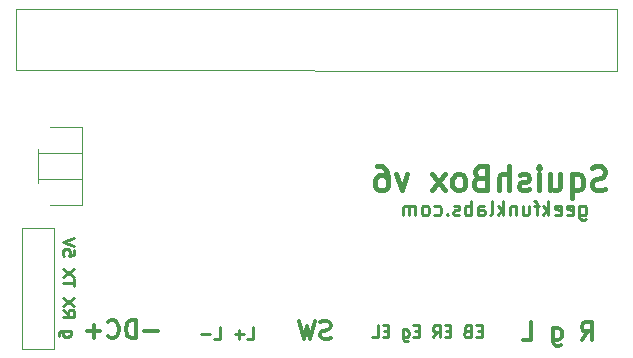
<source format=gbo>
%TF.GenerationSoftware,KiCad,Pcbnew,7.0.1*%
%TF.CreationDate,2023-07-06T22:47:11-05:00*%
%TF.ProjectId,squishbox1,73717569-7368-4626-9f78-312e6b696361,rev?*%
%TF.SameCoordinates,Original*%
%TF.FileFunction,Legend,Bot*%
%TF.FilePolarity,Positive*%
%FSLAX46Y46*%
G04 Gerber Fmt 4.6, Leading zero omitted, Abs format (unit mm)*
G04 Created by KiCad (PCBNEW 7.0.1) date 2023-07-06 22:47:11*
%MOMM*%
%LPD*%
G01*
G04 APERTURE LIST*
%ADD10C,0.250000*%
%ADD11C,0.300000*%
%ADD12C,0.400000*%
%ADD13C,0.120000*%
%ADD14R,1.700000X1.700000*%
%ADD15O,1.700000X1.700000*%
%ADD16C,1.620000*%
G04 APERTURE END LIST*
D10*
X106727714Y-76077619D02*
X107203904Y-76077619D01*
X107203904Y-76077619D02*
X107203904Y-75077619D01*
X106394380Y-75696666D02*
X105632476Y-75696666D01*
X106013428Y-76077619D02*
X106013428Y-75315714D01*
X103918190Y-76077619D02*
X104394380Y-76077619D01*
X104394380Y-76077619D02*
X104394380Y-75077619D01*
X103584856Y-75696666D02*
X102822952Y-75696666D01*
X126558704Y-75452209D02*
X126225371Y-75452209D01*
X126082514Y-75976019D02*
X126558704Y-75976019D01*
X126558704Y-75976019D02*
X126558704Y-74976019D01*
X126558704Y-74976019D02*
X126082514Y-74976019D01*
X125320609Y-75452209D02*
X125177752Y-75499828D01*
X125177752Y-75499828D02*
X125130133Y-75547447D01*
X125130133Y-75547447D02*
X125082514Y-75642685D01*
X125082514Y-75642685D02*
X125082514Y-75785542D01*
X125082514Y-75785542D02*
X125130133Y-75880780D01*
X125130133Y-75880780D02*
X125177752Y-75928400D01*
X125177752Y-75928400D02*
X125272990Y-75976019D01*
X125272990Y-75976019D02*
X125653942Y-75976019D01*
X125653942Y-75976019D02*
X125653942Y-74976019D01*
X125653942Y-74976019D02*
X125320609Y-74976019D01*
X125320609Y-74976019D02*
X125225371Y-75023638D01*
X125225371Y-75023638D02*
X125177752Y-75071257D01*
X125177752Y-75071257D02*
X125130133Y-75166495D01*
X125130133Y-75166495D02*
X125130133Y-75261733D01*
X125130133Y-75261733D02*
X125177752Y-75356971D01*
X125177752Y-75356971D02*
X125225371Y-75404590D01*
X125225371Y-75404590D02*
X125320609Y-75452209D01*
X125320609Y-75452209D02*
X125653942Y-75452209D01*
X123892037Y-75452209D02*
X123558704Y-75452209D01*
X123415847Y-75976019D02*
X123892037Y-75976019D01*
X123892037Y-75976019D02*
X123892037Y-74976019D01*
X123892037Y-74976019D02*
X123415847Y-74976019D01*
X122415847Y-75976019D02*
X122749180Y-75499828D01*
X122987275Y-75976019D02*
X122987275Y-74976019D01*
X122987275Y-74976019D02*
X122606323Y-74976019D01*
X122606323Y-74976019D02*
X122511085Y-75023638D01*
X122511085Y-75023638D02*
X122463466Y-75071257D01*
X122463466Y-75071257D02*
X122415847Y-75166495D01*
X122415847Y-75166495D02*
X122415847Y-75309352D01*
X122415847Y-75309352D02*
X122463466Y-75404590D01*
X122463466Y-75404590D02*
X122511085Y-75452209D01*
X122511085Y-75452209D02*
X122606323Y-75499828D01*
X122606323Y-75499828D02*
X122987275Y-75499828D01*
X121225370Y-75452209D02*
X120892037Y-75452209D01*
X120749180Y-75976019D02*
X121225370Y-75976019D01*
X121225370Y-75976019D02*
X121225370Y-74976019D01*
X121225370Y-74976019D02*
X120749180Y-74976019D01*
X119892037Y-75309352D02*
X119892037Y-76118876D01*
X119892037Y-76118876D02*
X119939656Y-76214114D01*
X119939656Y-76214114D02*
X119987275Y-76261733D01*
X119987275Y-76261733D02*
X120082513Y-76309352D01*
X120082513Y-76309352D02*
X120225370Y-76309352D01*
X120225370Y-76309352D02*
X120320608Y-76261733D01*
X119892037Y-75928400D02*
X119987275Y-75976019D01*
X119987275Y-75976019D02*
X120177751Y-75976019D01*
X120177751Y-75976019D02*
X120272989Y-75928400D01*
X120272989Y-75928400D02*
X120320608Y-75880780D01*
X120320608Y-75880780D02*
X120368227Y-75785542D01*
X120368227Y-75785542D02*
X120368227Y-75499828D01*
X120368227Y-75499828D02*
X120320608Y-75404590D01*
X120320608Y-75404590D02*
X120272989Y-75356971D01*
X120272989Y-75356971D02*
X120177751Y-75309352D01*
X120177751Y-75309352D02*
X119987275Y-75309352D01*
X119987275Y-75309352D02*
X119892037Y-75356971D01*
X118653941Y-75452209D02*
X118320608Y-75452209D01*
X118177751Y-75976019D02*
X118653941Y-75976019D01*
X118653941Y-75976019D02*
X118653941Y-74976019D01*
X118653941Y-74976019D02*
X118177751Y-74976019D01*
X117272989Y-75976019D02*
X117749179Y-75976019D01*
X117749179Y-75976019D02*
X117749179Y-74976019D01*
D11*
X99134657Y-75470400D02*
X97991800Y-75470400D01*
X97277514Y-76041828D02*
X97277514Y-74541828D01*
X97277514Y-74541828D02*
X96920371Y-74541828D01*
X96920371Y-74541828D02*
X96706085Y-74613257D01*
X96706085Y-74613257D02*
X96563228Y-74756114D01*
X96563228Y-74756114D02*
X96491799Y-74898971D01*
X96491799Y-74898971D02*
X96420371Y-75184685D01*
X96420371Y-75184685D02*
X96420371Y-75398971D01*
X96420371Y-75398971D02*
X96491799Y-75684685D01*
X96491799Y-75684685D02*
X96563228Y-75827542D01*
X96563228Y-75827542D02*
X96706085Y-75970400D01*
X96706085Y-75970400D02*
X96920371Y-76041828D01*
X96920371Y-76041828D02*
X97277514Y-76041828D01*
X94920371Y-75898971D02*
X94991799Y-75970400D01*
X94991799Y-75970400D02*
X95206085Y-76041828D01*
X95206085Y-76041828D02*
X95348942Y-76041828D01*
X95348942Y-76041828D02*
X95563228Y-75970400D01*
X95563228Y-75970400D02*
X95706085Y-75827542D01*
X95706085Y-75827542D02*
X95777514Y-75684685D01*
X95777514Y-75684685D02*
X95848942Y-75398971D01*
X95848942Y-75398971D02*
X95848942Y-75184685D01*
X95848942Y-75184685D02*
X95777514Y-74898971D01*
X95777514Y-74898971D02*
X95706085Y-74756114D01*
X95706085Y-74756114D02*
X95563228Y-74613257D01*
X95563228Y-74613257D02*
X95348942Y-74541828D01*
X95348942Y-74541828D02*
X95206085Y-74541828D01*
X95206085Y-74541828D02*
X94991799Y-74613257D01*
X94991799Y-74613257D02*
X94920371Y-74684685D01*
X94277514Y-75470400D02*
X93134657Y-75470400D01*
X93706085Y-76041828D02*
X93706085Y-74898971D01*
D12*
X137033047Y-63414000D02*
X136747333Y-63509238D01*
X136747333Y-63509238D02*
X136271142Y-63509238D01*
X136271142Y-63509238D02*
X136080666Y-63414000D01*
X136080666Y-63414000D02*
X135985428Y-63318761D01*
X135985428Y-63318761D02*
X135890190Y-63128285D01*
X135890190Y-63128285D02*
X135890190Y-62937809D01*
X135890190Y-62937809D02*
X135985428Y-62747333D01*
X135985428Y-62747333D02*
X136080666Y-62652095D01*
X136080666Y-62652095D02*
X136271142Y-62556857D01*
X136271142Y-62556857D02*
X136652095Y-62461619D01*
X136652095Y-62461619D02*
X136842571Y-62366380D01*
X136842571Y-62366380D02*
X136937809Y-62271142D01*
X136937809Y-62271142D02*
X137033047Y-62080666D01*
X137033047Y-62080666D02*
X137033047Y-61890190D01*
X137033047Y-61890190D02*
X136937809Y-61699714D01*
X136937809Y-61699714D02*
X136842571Y-61604476D01*
X136842571Y-61604476D02*
X136652095Y-61509238D01*
X136652095Y-61509238D02*
X136175904Y-61509238D01*
X136175904Y-61509238D02*
X135890190Y-61604476D01*
X134175904Y-62175904D02*
X134175904Y-64175904D01*
X134175904Y-63414000D02*
X134366380Y-63509238D01*
X134366380Y-63509238D02*
X134747333Y-63509238D01*
X134747333Y-63509238D02*
X134937809Y-63414000D01*
X134937809Y-63414000D02*
X135033047Y-63318761D01*
X135033047Y-63318761D02*
X135128285Y-63128285D01*
X135128285Y-63128285D02*
X135128285Y-62556857D01*
X135128285Y-62556857D02*
X135033047Y-62366380D01*
X135033047Y-62366380D02*
X134937809Y-62271142D01*
X134937809Y-62271142D02*
X134747333Y-62175904D01*
X134747333Y-62175904D02*
X134366380Y-62175904D01*
X134366380Y-62175904D02*
X134175904Y-62271142D01*
X132366380Y-62175904D02*
X132366380Y-63509238D01*
X133223523Y-62175904D02*
X133223523Y-63223523D01*
X133223523Y-63223523D02*
X133128285Y-63414000D01*
X133128285Y-63414000D02*
X132937809Y-63509238D01*
X132937809Y-63509238D02*
X132652094Y-63509238D01*
X132652094Y-63509238D02*
X132461618Y-63414000D01*
X132461618Y-63414000D02*
X132366380Y-63318761D01*
X131413999Y-63509238D02*
X131413999Y-62175904D01*
X131413999Y-61509238D02*
X131509237Y-61604476D01*
X131509237Y-61604476D02*
X131413999Y-61699714D01*
X131413999Y-61699714D02*
X131318761Y-61604476D01*
X131318761Y-61604476D02*
X131413999Y-61509238D01*
X131413999Y-61509238D02*
X131413999Y-61699714D01*
X130556856Y-63414000D02*
X130366380Y-63509238D01*
X130366380Y-63509238D02*
X129985428Y-63509238D01*
X129985428Y-63509238D02*
X129794951Y-63414000D01*
X129794951Y-63414000D02*
X129699713Y-63223523D01*
X129699713Y-63223523D02*
X129699713Y-63128285D01*
X129699713Y-63128285D02*
X129794951Y-62937809D01*
X129794951Y-62937809D02*
X129985428Y-62842571D01*
X129985428Y-62842571D02*
X130271142Y-62842571D01*
X130271142Y-62842571D02*
X130461618Y-62747333D01*
X130461618Y-62747333D02*
X130556856Y-62556857D01*
X130556856Y-62556857D02*
X130556856Y-62461619D01*
X130556856Y-62461619D02*
X130461618Y-62271142D01*
X130461618Y-62271142D02*
X130271142Y-62175904D01*
X130271142Y-62175904D02*
X129985428Y-62175904D01*
X129985428Y-62175904D02*
X129794951Y-62271142D01*
X128842570Y-63509238D02*
X128842570Y-61509238D01*
X127985427Y-63509238D02*
X127985427Y-62461619D01*
X127985427Y-62461619D02*
X128080665Y-62271142D01*
X128080665Y-62271142D02*
X128271141Y-62175904D01*
X128271141Y-62175904D02*
X128556856Y-62175904D01*
X128556856Y-62175904D02*
X128747332Y-62271142D01*
X128747332Y-62271142D02*
X128842570Y-62366380D01*
X126366379Y-62461619D02*
X126080665Y-62556857D01*
X126080665Y-62556857D02*
X125985427Y-62652095D01*
X125985427Y-62652095D02*
X125890189Y-62842571D01*
X125890189Y-62842571D02*
X125890189Y-63128285D01*
X125890189Y-63128285D02*
X125985427Y-63318761D01*
X125985427Y-63318761D02*
X126080665Y-63414000D01*
X126080665Y-63414000D02*
X126271141Y-63509238D01*
X126271141Y-63509238D02*
X127033046Y-63509238D01*
X127033046Y-63509238D02*
X127033046Y-61509238D01*
X127033046Y-61509238D02*
X126366379Y-61509238D01*
X126366379Y-61509238D02*
X126175903Y-61604476D01*
X126175903Y-61604476D02*
X126080665Y-61699714D01*
X126080665Y-61699714D02*
X125985427Y-61890190D01*
X125985427Y-61890190D02*
X125985427Y-62080666D01*
X125985427Y-62080666D02*
X126080665Y-62271142D01*
X126080665Y-62271142D02*
X126175903Y-62366380D01*
X126175903Y-62366380D02*
X126366379Y-62461619D01*
X126366379Y-62461619D02*
X127033046Y-62461619D01*
X124747332Y-63509238D02*
X124937808Y-63414000D01*
X124937808Y-63414000D02*
X125033046Y-63318761D01*
X125033046Y-63318761D02*
X125128284Y-63128285D01*
X125128284Y-63128285D02*
X125128284Y-62556857D01*
X125128284Y-62556857D02*
X125033046Y-62366380D01*
X125033046Y-62366380D02*
X124937808Y-62271142D01*
X124937808Y-62271142D02*
X124747332Y-62175904D01*
X124747332Y-62175904D02*
X124461617Y-62175904D01*
X124461617Y-62175904D02*
X124271141Y-62271142D01*
X124271141Y-62271142D02*
X124175903Y-62366380D01*
X124175903Y-62366380D02*
X124080665Y-62556857D01*
X124080665Y-62556857D02*
X124080665Y-63128285D01*
X124080665Y-63128285D02*
X124175903Y-63318761D01*
X124175903Y-63318761D02*
X124271141Y-63414000D01*
X124271141Y-63414000D02*
X124461617Y-63509238D01*
X124461617Y-63509238D02*
X124747332Y-63509238D01*
X123413998Y-63509238D02*
X122366379Y-62175904D01*
X123413998Y-62175904D02*
X122366379Y-63509238D01*
X120271140Y-62175904D02*
X119794950Y-63509238D01*
X119794950Y-63509238D02*
X119318759Y-62175904D01*
X117699711Y-61509238D02*
X118080664Y-61509238D01*
X118080664Y-61509238D02*
X118271140Y-61604476D01*
X118271140Y-61604476D02*
X118366378Y-61699714D01*
X118366378Y-61699714D02*
X118556854Y-61985428D01*
X118556854Y-61985428D02*
X118652092Y-62366380D01*
X118652092Y-62366380D02*
X118652092Y-63128285D01*
X118652092Y-63128285D02*
X118556854Y-63318761D01*
X118556854Y-63318761D02*
X118461616Y-63414000D01*
X118461616Y-63414000D02*
X118271140Y-63509238D01*
X118271140Y-63509238D02*
X117890187Y-63509238D01*
X117890187Y-63509238D02*
X117699711Y-63414000D01*
X117699711Y-63414000D02*
X117604473Y-63318761D01*
X117604473Y-63318761D02*
X117509235Y-63128285D01*
X117509235Y-63128285D02*
X117509235Y-62652095D01*
X117509235Y-62652095D02*
X117604473Y-62461619D01*
X117604473Y-62461619D02*
X117699711Y-62366380D01*
X117699711Y-62366380D02*
X117890187Y-62271142D01*
X117890187Y-62271142D02*
X118271140Y-62271142D01*
X118271140Y-62271142D02*
X118461616Y-62366380D01*
X118461616Y-62366380D02*
X118556854Y-62461619D01*
X118556854Y-62461619D02*
X118652092Y-62652095D01*
D10*
X134836000Y-64839142D02*
X134836000Y-65810571D01*
X134836000Y-65810571D02*
X134893142Y-65924857D01*
X134893142Y-65924857D02*
X134950285Y-65982000D01*
X134950285Y-65982000D02*
X135064571Y-66039142D01*
X135064571Y-66039142D02*
X135236000Y-66039142D01*
X135236000Y-66039142D02*
X135350285Y-65982000D01*
X134836000Y-65582000D02*
X134950285Y-65639142D01*
X134950285Y-65639142D02*
X135178857Y-65639142D01*
X135178857Y-65639142D02*
X135293142Y-65582000D01*
X135293142Y-65582000D02*
X135350285Y-65524857D01*
X135350285Y-65524857D02*
X135407428Y-65410571D01*
X135407428Y-65410571D02*
X135407428Y-65067714D01*
X135407428Y-65067714D02*
X135350285Y-64953428D01*
X135350285Y-64953428D02*
X135293142Y-64896285D01*
X135293142Y-64896285D02*
X135178857Y-64839142D01*
X135178857Y-64839142D02*
X134950285Y-64839142D01*
X134950285Y-64839142D02*
X134836000Y-64896285D01*
X133807428Y-65582000D02*
X133921714Y-65639142D01*
X133921714Y-65639142D02*
X134150286Y-65639142D01*
X134150286Y-65639142D02*
X134264571Y-65582000D01*
X134264571Y-65582000D02*
X134321714Y-65467714D01*
X134321714Y-65467714D02*
X134321714Y-65010571D01*
X134321714Y-65010571D02*
X134264571Y-64896285D01*
X134264571Y-64896285D02*
X134150286Y-64839142D01*
X134150286Y-64839142D02*
X133921714Y-64839142D01*
X133921714Y-64839142D02*
X133807428Y-64896285D01*
X133807428Y-64896285D02*
X133750286Y-65010571D01*
X133750286Y-65010571D02*
X133750286Y-65124857D01*
X133750286Y-65124857D02*
X134321714Y-65239142D01*
X132778857Y-65582000D02*
X132893143Y-65639142D01*
X132893143Y-65639142D02*
X133121715Y-65639142D01*
X133121715Y-65639142D02*
X133236000Y-65582000D01*
X133236000Y-65582000D02*
X133293143Y-65467714D01*
X133293143Y-65467714D02*
X133293143Y-65010571D01*
X133293143Y-65010571D02*
X133236000Y-64896285D01*
X133236000Y-64896285D02*
X133121715Y-64839142D01*
X133121715Y-64839142D02*
X132893143Y-64839142D01*
X132893143Y-64839142D02*
X132778857Y-64896285D01*
X132778857Y-64896285D02*
X132721715Y-65010571D01*
X132721715Y-65010571D02*
X132721715Y-65124857D01*
X132721715Y-65124857D02*
X133293143Y-65239142D01*
X132207429Y-65639142D02*
X132207429Y-64439142D01*
X132093144Y-65182000D02*
X131750286Y-65639142D01*
X131750286Y-64839142D02*
X132207429Y-65296285D01*
X131407429Y-64839142D02*
X130950286Y-64839142D01*
X131236000Y-65639142D02*
X131236000Y-64610571D01*
X131236000Y-64610571D02*
X131178857Y-64496285D01*
X131178857Y-64496285D02*
X131064572Y-64439142D01*
X131064572Y-64439142D02*
X130950286Y-64439142D01*
X130036001Y-64839142D02*
X130036001Y-65639142D01*
X130550286Y-64839142D02*
X130550286Y-65467714D01*
X130550286Y-65467714D02*
X130493143Y-65582000D01*
X130493143Y-65582000D02*
X130378858Y-65639142D01*
X130378858Y-65639142D02*
X130207429Y-65639142D01*
X130207429Y-65639142D02*
X130093143Y-65582000D01*
X130093143Y-65582000D02*
X130036001Y-65524857D01*
X129464572Y-64839142D02*
X129464572Y-65639142D01*
X129464572Y-64953428D02*
X129407429Y-64896285D01*
X129407429Y-64896285D02*
X129293144Y-64839142D01*
X129293144Y-64839142D02*
X129121715Y-64839142D01*
X129121715Y-64839142D02*
X129007429Y-64896285D01*
X129007429Y-64896285D02*
X128950287Y-65010571D01*
X128950287Y-65010571D02*
X128950287Y-65639142D01*
X128378858Y-65639142D02*
X128378858Y-64439142D01*
X128264573Y-65182000D02*
X127921715Y-65639142D01*
X127921715Y-64839142D02*
X128378858Y-65296285D01*
X127236001Y-65639142D02*
X127350286Y-65582000D01*
X127350286Y-65582000D02*
X127407429Y-65467714D01*
X127407429Y-65467714D02*
X127407429Y-64439142D01*
X126264573Y-65639142D02*
X126264573Y-65010571D01*
X126264573Y-65010571D02*
X126321715Y-64896285D01*
X126321715Y-64896285D02*
X126436001Y-64839142D01*
X126436001Y-64839142D02*
X126664573Y-64839142D01*
X126664573Y-64839142D02*
X126778858Y-64896285D01*
X126264573Y-65582000D02*
X126378858Y-65639142D01*
X126378858Y-65639142D02*
X126664573Y-65639142D01*
X126664573Y-65639142D02*
X126778858Y-65582000D01*
X126778858Y-65582000D02*
X126836001Y-65467714D01*
X126836001Y-65467714D02*
X126836001Y-65353428D01*
X126836001Y-65353428D02*
X126778858Y-65239142D01*
X126778858Y-65239142D02*
X126664573Y-65182000D01*
X126664573Y-65182000D02*
X126378858Y-65182000D01*
X126378858Y-65182000D02*
X126264573Y-65124857D01*
X125693144Y-65639142D02*
X125693144Y-64439142D01*
X125693144Y-64896285D02*
X125578859Y-64839142D01*
X125578859Y-64839142D02*
X125350287Y-64839142D01*
X125350287Y-64839142D02*
X125236001Y-64896285D01*
X125236001Y-64896285D02*
X125178859Y-64953428D01*
X125178859Y-64953428D02*
X125121716Y-65067714D01*
X125121716Y-65067714D02*
X125121716Y-65410571D01*
X125121716Y-65410571D02*
X125178859Y-65524857D01*
X125178859Y-65524857D02*
X125236001Y-65582000D01*
X125236001Y-65582000D02*
X125350287Y-65639142D01*
X125350287Y-65639142D02*
X125578859Y-65639142D01*
X125578859Y-65639142D02*
X125693144Y-65582000D01*
X124664573Y-65582000D02*
X124550287Y-65639142D01*
X124550287Y-65639142D02*
X124321716Y-65639142D01*
X124321716Y-65639142D02*
X124207430Y-65582000D01*
X124207430Y-65582000D02*
X124150287Y-65467714D01*
X124150287Y-65467714D02*
X124150287Y-65410571D01*
X124150287Y-65410571D02*
X124207430Y-65296285D01*
X124207430Y-65296285D02*
X124321716Y-65239142D01*
X124321716Y-65239142D02*
X124493145Y-65239142D01*
X124493145Y-65239142D02*
X124607430Y-65182000D01*
X124607430Y-65182000D02*
X124664573Y-65067714D01*
X124664573Y-65067714D02*
X124664573Y-65010571D01*
X124664573Y-65010571D02*
X124607430Y-64896285D01*
X124607430Y-64896285D02*
X124493145Y-64839142D01*
X124493145Y-64839142D02*
X124321716Y-64839142D01*
X124321716Y-64839142D02*
X124207430Y-64896285D01*
X123636001Y-65524857D02*
X123578858Y-65582000D01*
X123578858Y-65582000D02*
X123636001Y-65639142D01*
X123636001Y-65639142D02*
X123693144Y-65582000D01*
X123693144Y-65582000D02*
X123636001Y-65524857D01*
X123636001Y-65524857D02*
X123636001Y-65639142D01*
X122550287Y-65582000D02*
X122664572Y-65639142D01*
X122664572Y-65639142D02*
X122893144Y-65639142D01*
X122893144Y-65639142D02*
X123007429Y-65582000D01*
X123007429Y-65582000D02*
X123064572Y-65524857D01*
X123064572Y-65524857D02*
X123121715Y-65410571D01*
X123121715Y-65410571D02*
X123121715Y-65067714D01*
X123121715Y-65067714D02*
X123064572Y-64953428D01*
X123064572Y-64953428D02*
X123007429Y-64896285D01*
X123007429Y-64896285D02*
X122893144Y-64839142D01*
X122893144Y-64839142D02*
X122664572Y-64839142D01*
X122664572Y-64839142D02*
X122550287Y-64896285D01*
X121864573Y-65639142D02*
X121978858Y-65582000D01*
X121978858Y-65582000D02*
X122036001Y-65524857D01*
X122036001Y-65524857D02*
X122093144Y-65410571D01*
X122093144Y-65410571D02*
X122093144Y-65067714D01*
X122093144Y-65067714D02*
X122036001Y-64953428D01*
X122036001Y-64953428D02*
X121978858Y-64896285D01*
X121978858Y-64896285D02*
X121864573Y-64839142D01*
X121864573Y-64839142D02*
X121693144Y-64839142D01*
X121693144Y-64839142D02*
X121578858Y-64896285D01*
X121578858Y-64896285D02*
X121521716Y-64953428D01*
X121521716Y-64953428D02*
X121464573Y-65067714D01*
X121464573Y-65067714D02*
X121464573Y-65410571D01*
X121464573Y-65410571D02*
X121521716Y-65524857D01*
X121521716Y-65524857D02*
X121578858Y-65582000D01*
X121578858Y-65582000D02*
X121693144Y-65639142D01*
X121693144Y-65639142D02*
X121864573Y-65639142D01*
X120950287Y-65639142D02*
X120950287Y-64839142D01*
X120950287Y-64953428D02*
X120893144Y-64896285D01*
X120893144Y-64896285D02*
X120778859Y-64839142D01*
X120778859Y-64839142D02*
X120607430Y-64839142D01*
X120607430Y-64839142D02*
X120493144Y-64896285D01*
X120493144Y-64896285D02*
X120436002Y-65010571D01*
X120436002Y-65010571D02*
X120436002Y-65639142D01*
X120436002Y-65010571D02*
X120378859Y-64896285D01*
X120378859Y-64896285D02*
X120264573Y-64839142D01*
X120264573Y-64839142D02*
X120093144Y-64839142D01*
X120093144Y-64839142D02*
X119978859Y-64896285D01*
X119978859Y-64896285D02*
X119921716Y-65010571D01*
X119921716Y-65010571D02*
X119921716Y-65639142D01*
X91746447Y-75457133D02*
X90936923Y-75457133D01*
X90936923Y-75457133D02*
X90841685Y-75504752D01*
X90841685Y-75504752D02*
X90794066Y-75552371D01*
X90794066Y-75552371D02*
X90746447Y-75647609D01*
X90746447Y-75647609D02*
X90746447Y-75790466D01*
X90746447Y-75790466D02*
X90794066Y-75885704D01*
X91127400Y-75457133D02*
X91079780Y-75552371D01*
X91079780Y-75552371D02*
X91079780Y-75742847D01*
X91079780Y-75742847D02*
X91127400Y-75838085D01*
X91127400Y-75838085D02*
X91175019Y-75885704D01*
X91175019Y-75885704D02*
X91270257Y-75933323D01*
X91270257Y-75933323D02*
X91555971Y-75933323D01*
X91555971Y-75933323D02*
X91651209Y-75885704D01*
X91651209Y-75885704D02*
X91698828Y-75838085D01*
X91698828Y-75838085D02*
X91746447Y-75742847D01*
X91746447Y-75742847D02*
X91746447Y-75552371D01*
X91746447Y-75552371D02*
X91698828Y-75457133D01*
X91079780Y-73647609D02*
X91555971Y-73980942D01*
X91079780Y-74219037D02*
X92079780Y-74219037D01*
X92079780Y-74219037D02*
X92079780Y-73838085D01*
X92079780Y-73838085D02*
X92032161Y-73742847D01*
X92032161Y-73742847D02*
X91984542Y-73695228D01*
X91984542Y-73695228D02*
X91889304Y-73647609D01*
X91889304Y-73647609D02*
X91746447Y-73647609D01*
X91746447Y-73647609D02*
X91651209Y-73695228D01*
X91651209Y-73695228D02*
X91603590Y-73742847D01*
X91603590Y-73742847D02*
X91555971Y-73838085D01*
X91555971Y-73838085D02*
X91555971Y-74219037D01*
X92079780Y-73314275D02*
X91079780Y-72647609D01*
X92079780Y-72647609D02*
X91079780Y-73314275D01*
X92079780Y-71647608D02*
X92079780Y-71076180D01*
X91079780Y-71361894D02*
X92079780Y-71361894D01*
X92079780Y-70838084D02*
X91079780Y-70171418D01*
X92079780Y-70171418D02*
X91079780Y-70838084D01*
X92079780Y-68552370D02*
X92079780Y-69028560D01*
X92079780Y-69028560D02*
X91603590Y-69076179D01*
X91603590Y-69076179D02*
X91651209Y-69028560D01*
X91651209Y-69028560D02*
X91698828Y-68933322D01*
X91698828Y-68933322D02*
X91698828Y-68695227D01*
X91698828Y-68695227D02*
X91651209Y-68599989D01*
X91651209Y-68599989D02*
X91603590Y-68552370D01*
X91603590Y-68552370D02*
X91508352Y-68504751D01*
X91508352Y-68504751D02*
X91270257Y-68504751D01*
X91270257Y-68504751D02*
X91175019Y-68552370D01*
X91175019Y-68552370D02*
X91127400Y-68599989D01*
X91127400Y-68599989D02*
X91079780Y-68695227D01*
X91079780Y-68695227D02*
X91079780Y-68933322D01*
X91079780Y-68933322D02*
X91127400Y-69028560D01*
X91127400Y-69028560D02*
X91175019Y-69076179D01*
X92079780Y-68219036D02*
X91079780Y-67885703D01*
X91079780Y-67885703D02*
X92079780Y-67552370D01*
D11*
X113760285Y-76046600D02*
X113546000Y-76118028D01*
X113546000Y-76118028D02*
X113188857Y-76118028D01*
X113188857Y-76118028D02*
X113046000Y-76046600D01*
X113046000Y-76046600D02*
X112974571Y-75975171D01*
X112974571Y-75975171D02*
X112903142Y-75832314D01*
X112903142Y-75832314D02*
X112903142Y-75689457D01*
X112903142Y-75689457D02*
X112974571Y-75546600D01*
X112974571Y-75546600D02*
X113046000Y-75475171D01*
X113046000Y-75475171D02*
X113188857Y-75403742D01*
X113188857Y-75403742D02*
X113474571Y-75332314D01*
X113474571Y-75332314D02*
X113617428Y-75260885D01*
X113617428Y-75260885D02*
X113688857Y-75189457D01*
X113688857Y-75189457D02*
X113760285Y-75046600D01*
X113760285Y-75046600D02*
X113760285Y-74903742D01*
X113760285Y-74903742D02*
X113688857Y-74760885D01*
X113688857Y-74760885D02*
X113617428Y-74689457D01*
X113617428Y-74689457D02*
X113474571Y-74618028D01*
X113474571Y-74618028D02*
X113117428Y-74618028D01*
X113117428Y-74618028D02*
X112903142Y-74689457D01*
X112403143Y-74618028D02*
X112046000Y-76118028D01*
X112046000Y-76118028D02*
X111760286Y-75046600D01*
X111760286Y-75046600D02*
X111474571Y-76118028D01*
X111474571Y-76118028D02*
X111117429Y-74618028D01*
X135031314Y-76194228D02*
X135531314Y-75479942D01*
X135888457Y-76194228D02*
X135888457Y-74694228D01*
X135888457Y-74694228D02*
X135317028Y-74694228D01*
X135317028Y-74694228D02*
X135174171Y-74765657D01*
X135174171Y-74765657D02*
X135102742Y-74837085D01*
X135102742Y-74837085D02*
X135031314Y-74979942D01*
X135031314Y-74979942D02*
X135031314Y-75194228D01*
X135031314Y-75194228D02*
X135102742Y-75337085D01*
X135102742Y-75337085D02*
X135174171Y-75408514D01*
X135174171Y-75408514D02*
X135317028Y-75479942D01*
X135317028Y-75479942D02*
X135888457Y-75479942D01*
X132602743Y-75194228D02*
X132602743Y-76408514D01*
X132602743Y-76408514D02*
X132674171Y-76551371D01*
X132674171Y-76551371D02*
X132745600Y-76622800D01*
X132745600Y-76622800D02*
X132888457Y-76694228D01*
X132888457Y-76694228D02*
X133102743Y-76694228D01*
X133102743Y-76694228D02*
X133245600Y-76622800D01*
X132602743Y-76122800D02*
X132745600Y-76194228D01*
X132745600Y-76194228D02*
X133031314Y-76194228D01*
X133031314Y-76194228D02*
X133174171Y-76122800D01*
X133174171Y-76122800D02*
X133245600Y-76051371D01*
X133245600Y-76051371D02*
X133317028Y-75908514D01*
X133317028Y-75908514D02*
X133317028Y-75479942D01*
X133317028Y-75479942D02*
X133245600Y-75337085D01*
X133245600Y-75337085D02*
X133174171Y-75265657D01*
X133174171Y-75265657D02*
X133031314Y-75194228D01*
X133031314Y-75194228D02*
X132745600Y-75194228D01*
X132745600Y-75194228D02*
X132602743Y-75265657D01*
X130031314Y-76194228D02*
X130745600Y-76194228D01*
X130745600Y-76194228D02*
X130745600Y-74694228D01*
D13*
%TO.C,J1*%
X138030000Y-48200000D02*
X138030000Y-53400000D01*
X87110000Y-48200000D02*
X138030000Y-48200000D01*
X87110000Y-48200000D02*
X87120000Y-53360000D01*
X87120000Y-53360000D02*
X138030000Y-53400000D01*
%TO.C,J5*%
X90331600Y-76945800D02*
X87671600Y-76945800D01*
X90331600Y-66725800D02*
X90331600Y-76945800D01*
X90331600Y-66725800D02*
X87671600Y-66725800D01*
X87671600Y-66725800D02*
X87671600Y-76945800D01*
%TO.C,RV1*%
X88978000Y-60348000D02*
X92719000Y-60348000D01*
X88978000Y-62588000D02*
X88978000Y-60348000D01*
X88978000Y-62588000D02*
X92719000Y-62588000D01*
X88978000Y-62902000D02*
X88978000Y-60033000D01*
X90024000Y-58198000D02*
X92719000Y-58198000D01*
X90024000Y-64738000D02*
X92719000Y-64738000D01*
X92719000Y-62588000D02*
X92719000Y-60348000D01*
X92719000Y-64738000D02*
X92719000Y-58198000D01*
%TD*%
%LPC*%
D14*
%TO.C,U2*%
X91000000Y-56000000D03*
D15*
X93540000Y-56000000D03*
X96080000Y-56000000D03*
X98620000Y-56000000D03*
X101160000Y-56000000D03*
X103700000Y-56000000D03*
X116400000Y-56000000D03*
X118940000Y-56000000D03*
X121480000Y-56000000D03*
X124020000Y-56000000D03*
X126560000Y-56000000D03*
X129100000Y-56000000D03*
%TD*%
D14*
%TO.C,D1*%
X104000000Y-78000000D03*
D15*
X106540000Y-78000000D03*
%TD*%
%TO.C,S1*%
X111069200Y-78000000D03*
X113609200Y-78000000D03*
%TD*%
%TO.C,J3*%
X118120000Y-78000000D03*
D14*
X120660000Y-78000000D03*
D15*
X123200000Y-78000000D03*
X125740000Y-78000000D03*
%TD*%
%TO.C,J2*%
X135585200Y-77978000D03*
D14*
X133045200Y-77978000D03*
D15*
X130505200Y-77978000D03*
%TD*%
D14*
%TO.C,J4*%
X97180400Y-77901800D03*
D15*
X94640400Y-77901800D03*
%TD*%
%TO.C,J1*%
X88440000Y-52070000D03*
X88440000Y-49530000D03*
X90980000Y-52070000D03*
X90980000Y-49530000D03*
X93520000Y-52070000D03*
X93520000Y-49530000D03*
X96060000Y-52070000D03*
X96060000Y-49530000D03*
X98600000Y-52070000D03*
X98600000Y-49530000D03*
X101140000Y-52070000D03*
X101140000Y-49530000D03*
X103680000Y-52070000D03*
X103680000Y-49530000D03*
X106220000Y-52070000D03*
X106220000Y-49530000D03*
X108760000Y-52070000D03*
X108760000Y-49530000D03*
X111300000Y-52070000D03*
X111300000Y-49530000D03*
X113840000Y-52070000D03*
X113840000Y-49530000D03*
X116380000Y-52070000D03*
X116380000Y-49530000D03*
X118920000Y-52070000D03*
X118920000Y-49530000D03*
X121460000Y-52070000D03*
X121460000Y-49530000D03*
X124000000Y-52070000D03*
X124000000Y-49530000D03*
X126540000Y-52070000D03*
X126540000Y-49530000D03*
X129080000Y-52070000D03*
X129080000Y-49530000D03*
X131620000Y-52070000D03*
X131620000Y-49530000D03*
X134160000Y-52070000D03*
X134160000Y-49530000D03*
X136700000Y-52070000D03*
X136700000Y-49530000D03*
%TD*%
%TO.C,J5*%
X89001600Y-67995800D03*
X89001600Y-70535800D03*
X89001600Y-73075800D03*
D14*
X89001600Y-75615800D03*
%TD*%
D16*
%TO.C,RV1*%
X89099000Y-63968000D03*
X91599000Y-61468000D03*
X89099000Y-58968000D03*
%TD*%
M02*

</source>
